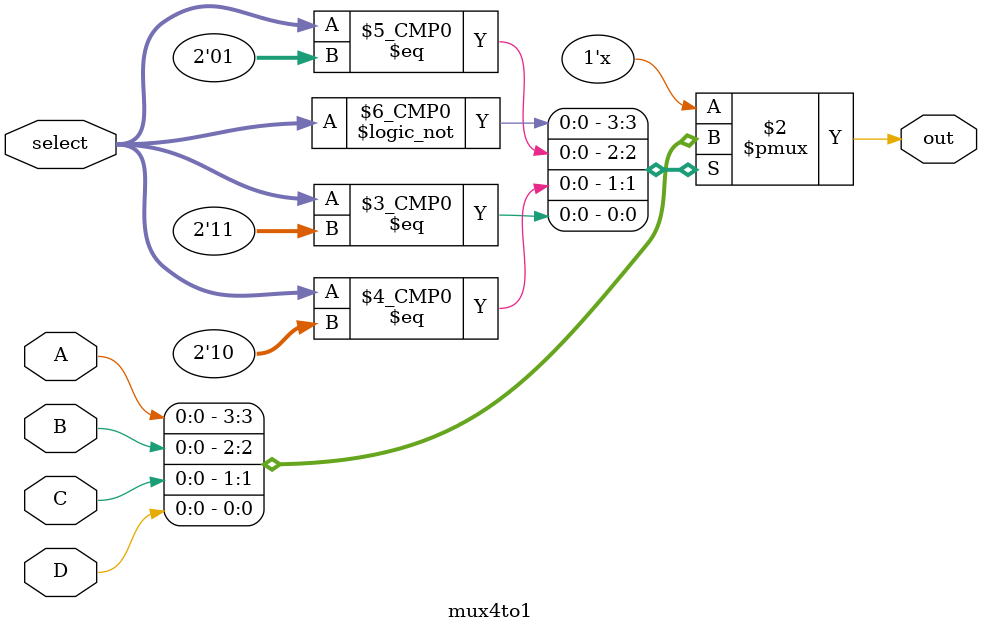
<source format=v>
module mux4to1(select,A,B,C,D,out);
	input [1:0]select;
	input A;
	input B;
	input C;
	input D;
	output reg out;
	
	always @ * begin
		case(select)
			2'b00:out <= A;
			2'b01:out <= B;
			2'b10:out <= C;
			2'b11:out <= D;
		endcase
	end

endmodule 
</source>
